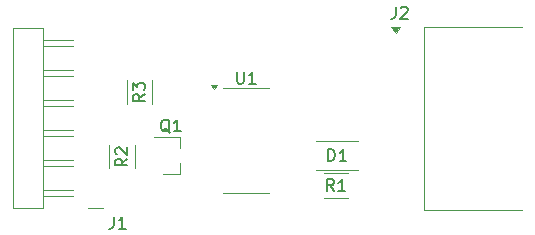
<source format=gbr>
%TF.GenerationSoftware,KiCad,Pcbnew,9.0.0*%
%TF.CreationDate,2025-04-17T14:47:38+05:30*%
%TF.ProjectId,ftdi-updi-auto,66746469-2d75-4706-9469-2d6175746f2e,rev?*%
%TF.SameCoordinates,Original*%
%TF.FileFunction,Legend,Top*%
%TF.FilePolarity,Positive*%
%FSLAX46Y46*%
G04 Gerber Fmt 4.6, Leading zero omitted, Abs format (unit mm)*
G04 Created by KiCad (PCBNEW 9.0.0) date 2025-04-17 14:47:38*
%MOMM*%
%LPD*%
G01*
G04 APERTURE LIST*
%ADD10C,0.150000*%
%ADD11C,0.120000*%
%ADD12C,0.100000*%
G04 APERTURE END LIST*
D10*
X93884761Y-60280057D02*
X93789523Y-60232438D01*
X93789523Y-60232438D02*
X93694285Y-60137200D01*
X93694285Y-60137200D02*
X93551428Y-59994342D01*
X93551428Y-59994342D02*
X93456190Y-59946723D01*
X93456190Y-59946723D02*
X93360952Y-59946723D01*
X93408571Y-60184819D02*
X93313333Y-60137200D01*
X93313333Y-60137200D02*
X93218095Y-60041961D01*
X93218095Y-60041961D02*
X93170476Y-59851485D01*
X93170476Y-59851485D02*
X93170476Y-59518152D01*
X93170476Y-59518152D02*
X93218095Y-59327676D01*
X93218095Y-59327676D02*
X93313333Y-59232438D01*
X93313333Y-59232438D02*
X93408571Y-59184819D01*
X93408571Y-59184819D02*
X93599047Y-59184819D01*
X93599047Y-59184819D02*
X93694285Y-59232438D01*
X93694285Y-59232438D02*
X93789523Y-59327676D01*
X93789523Y-59327676D02*
X93837142Y-59518152D01*
X93837142Y-59518152D02*
X93837142Y-59851485D01*
X93837142Y-59851485D02*
X93789523Y-60041961D01*
X93789523Y-60041961D02*
X93694285Y-60137200D01*
X93694285Y-60137200D02*
X93599047Y-60184819D01*
X93599047Y-60184819D02*
X93408571Y-60184819D01*
X94789523Y-60184819D02*
X94218095Y-60184819D01*
X94503809Y-60184819D02*
X94503809Y-59184819D01*
X94503809Y-59184819D02*
X94408571Y-59327676D01*
X94408571Y-59327676D02*
X94313333Y-59422914D01*
X94313333Y-59422914D02*
X94218095Y-59470533D01*
X91761952Y-57012967D02*
X91285761Y-57346300D01*
X91761952Y-57584395D02*
X90761952Y-57584395D01*
X90761952Y-57584395D02*
X90761952Y-57203443D01*
X90761952Y-57203443D02*
X90809571Y-57108205D01*
X90809571Y-57108205D02*
X90857190Y-57060586D01*
X90857190Y-57060586D02*
X90952428Y-57012967D01*
X90952428Y-57012967D02*
X91095285Y-57012967D01*
X91095285Y-57012967D02*
X91190523Y-57060586D01*
X91190523Y-57060586D02*
X91238142Y-57108205D01*
X91238142Y-57108205D02*
X91285761Y-57203443D01*
X91285761Y-57203443D02*
X91285761Y-57584395D01*
X90761952Y-56679633D02*
X90761952Y-56060586D01*
X90761952Y-56060586D02*
X91142904Y-56393919D01*
X91142904Y-56393919D02*
X91142904Y-56251062D01*
X91142904Y-56251062D02*
X91190523Y-56155824D01*
X91190523Y-56155824D02*
X91238142Y-56108205D01*
X91238142Y-56108205D02*
X91333380Y-56060586D01*
X91333380Y-56060586D02*
X91571475Y-56060586D01*
X91571475Y-56060586D02*
X91666713Y-56108205D01*
X91666713Y-56108205D02*
X91714333Y-56155824D01*
X91714333Y-56155824D02*
X91761952Y-56251062D01*
X91761952Y-56251062D02*
X91761952Y-56536776D01*
X91761952Y-56536776D02*
X91714333Y-56632014D01*
X91714333Y-56632014D02*
X91666713Y-56679633D01*
X99568095Y-55134819D02*
X99568095Y-55944342D01*
X99568095Y-55944342D02*
X99615714Y-56039580D01*
X99615714Y-56039580D02*
X99663333Y-56087200D01*
X99663333Y-56087200D02*
X99758571Y-56134819D01*
X99758571Y-56134819D02*
X99949047Y-56134819D01*
X99949047Y-56134819D02*
X100044285Y-56087200D01*
X100044285Y-56087200D02*
X100091904Y-56039580D01*
X100091904Y-56039580D02*
X100139523Y-55944342D01*
X100139523Y-55944342D02*
X100139523Y-55134819D01*
X101139523Y-56134819D02*
X100568095Y-56134819D01*
X100853809Y-56134819D02*
X100853809Y-55134819D01*
X100853809Y-55134819D02*
X100758571Y-55277676D01*
X100758571Y-55277676D02*
X100663333Y-55372914D01*
X100663333Y-55372914D02*
X100568095Y-55420533D01*
X107783333Y-65224819D02*
X107450000Y-64748628D01*
X107211905Y-65224819D02*
X107211905Y-64224819D01*
X107211905Y-64224819D02*
X107592857Y-64224819D01*
X107592857Y-64224819D02*
X107688095Y-64272438D01*
X107688095Y-64272438D02*
X107735714Y-64320057D01*
X107735714Y-64320057D02*
X107783333Y-64415295D01*
X107783333Y-64415295D02*
X107783333Y-64558152D01*
X107783333Y-64558152D02*
X107735714Y-64653390D01*
X107735714Y-64653390D02*
X107688095Y-64701009D01*
X107688095Y-64701009D02*
X107592857Y-64748628D01*
X107592857Y-64748628D02*
X107211905Y-64748628D01*
X108735714Y-65224819D02*
X108164286Y-65224819D01*
X108450000Y-65224819D02*
X108450000Y-64224819D01*
X108450000Y-64224819D02*
X108354762Y-64367676D01*
X108354762Y-64367676D02*
X108259524Y-64462914D01*
X108259524Y-64462914D02*
X108164286Y-64510533D01*
X90278309Y-62478197D02*
X89802118Y-62811530D01*
X90278309Y-63049625D02*
X89278309Y-63049625D01*
X89278309Y-63049625D02*
X89278309Y-62668673D01*
X89278309Y-62668673D02*
X89325928Y-62573435D01*
X89325928Y-62573435D02*
X89373547Y-62525816D01*
X89373547Y-62525816D02*
X89468785Y-62478197D01*
X89468785Y-62478197D02*
X89611642Y-62478197D01*
X89611642Y-62478197D02*
X89706880Y-62525816D01*
X89706880Y-62525816D02*
X89754499Y-62573435D01*
X89754499Y-62573435D02*
X89802118Y-62668673D01*
X89802118Y-62668673D02*
X89802118Y-63049625D01*
X89373547Y-62097244D02*
X89325928Y-62049625D01*
X89325928Y-62049625D02*
X89278309Y-61954387D01*
X89278309Y-61954387D02*
X89278309Y-61716292D01*
X89278309Y-61716292D02*
X89325928Y-61621054D01*
X89325928Y-61621054D02*
X89373547Y-61573435D01*
X89373547Y-61573435D02*
X89468785Y-61525816D01*
X89468785Y-61525816D02*
X89564023Y-61525816D01*
X89564023Y-61525816D02*
X89706880Y-61573435D01*
X89706880Y-61573435D02*
X90278309Y-62144863D01*
X90278309Y-62144863D02*
X90278309Y-61525816D01*
X113017493Y-49619819D02*
X113017493Y-50334104D01*
X113017493Y-50334104D02*
X112969874Y-50476961D01*
X112969874Y-50476961D02*
X112874636Y-50572200D01*
X112874636Y-50572200D02*
X112731779Y-50619819D01*
X112731779Y-50619819D02*
X112636541Y-50619819D01*
X113446065Y-49715057D02*
X113493684Y-49667438D01*
X113493684Y-49667438D02*
X113588922Y-49619819D01*
X113588922Y-49619819D02*
X113827017Y-49619819D01*
X113827017Y-49619819D02*
X113922255Y-49667438D01*
X113922255Y-49667438D02*
X113969874Y-49715057D01*
X113969874Y-49715057D02*
X114017493Y-49810295D01*
X114017493Y-49810295D02*
X114017493Y-49905533D01*
X114017493Y-49905533D02*
X113969874Y-50048390D01*
X113969874Y-50048390D02*
X113398446Y-50619819D01*
X113398446Y-50619819D02*
X114017493Y-50619819D01*
X89141493Y-67399819D02*
X89141493Y-68114104D01*
X89141493Y-68114104D02*
X89093874Y-68256961D01*
X89093874Y-68256961D02*
X88998636Y-68352200D01*
X88998636Y-68352200D02*
X88855779Y-68399819D01*
X88855779Y-68399819D02*
X88760541Y-68399819D01*
X90141493Y-68399819D02*
X89570065Y-68399819D01*
X89855779Y-68399819D02*
X89855779Y-67399819D01*
X89855779Y-67399819D02*
X89760541Y-67542676D01*
X89760541Y-67542676D02*
X89665303Y-67637914D01*
X89665303Y-67637914D02*
X89570065Y-67685533D01*
X107297787Y-62685803D02*
X107297787Y-61685803D01*
X107297787Y-61685803D02*
X107535882Y-61685803D01*
X107535882Y-61685803D02*
X107678739Y-61733422D01*
X107678739Y-61733422D02*
X107773977Y-61828660D01*
X107773977Y-61828660D02*
X107821596Y-61923898D01*
X107821596Y-61923898D02*
X107869215Y-62114374D01*
X107869215Y-62114374D02*
X107869215Y-62257231D01*
X107869215Y-62257231D02*
X107821596Y-62447707D01*
X107821596Y-62447707D02*
X107773977Y-62542945D01*
X107773977Y-62542945D02*
X107678739Y-62638184D01*
X107678739Y-62638184D02*
X107535882Y-62685803D01*
X107535882Y-62685803D02*
X107297787Y-62685803D01*
X108821596Y-62685803D02*
X108250168Y-62685803D01*
X108535882Y-62685803D02*
X108535882Y-61685803D01*
X108535882Y-61685803D02*
X108440644Y-61828660D01*
X108440644Y-61828660D02*
X108345406Y-61923898D01*
X108345406Y-61923898D02*
X108250168Y-61971517D01*
D11*
%TO.C,Q1*%
X94740000Y-63810000D02*
X93280000Y-63810000D01*
X94740000Y-63810000D02*
X94740000Y-62880000D01*
X94740000Y-60650000D02*
X94740000Y-61580000D01*
X94740000Y-60650000D02*
X92580000Y-60650000D01*
%TO.C,R3*%
X92377133Y-55846301D02*
X92377133Y-57846301D01*
X90237133Y-57846301D02*
X90237133Y-55846301D01*
%TO.C,U1*%
X100330000Y-56525000D02*
X98380000Y-56525000D01*
X100330000Y-56525000D02*
X102280000Y-56525000D01*
X100330000Y-65395000D02*
X98380000Y-65395000D01*
X100330000Y-65395000D02*
X102280000Y-65395000D01*
X97630000Y-56590000D02*
X97390000Y-56260000D01*
X97870000Y-56260000D01*
X97630000Y-56590000D01*
G36*
X97630000Y-56590000D02*
G01*
X97390000Y-56260000D01*
X97870000Y-56260000D01*
X97630000Y-56590000D01*
G37*
%TO.C,R1*%
X106950000Y-63700000D02*
X108950000Y-63700000D01*
X108950000Y-65840000D02*
X106950000Y-65840000D01*
%TO.C,R2*%
X88753490Y-63311531D02*
X88753490Y-61311531D01*
X90893490Y-61311531D02*
X90893490Y-63311531D01*
D12*
%TO.C,J2*%
X115443000Y-51308000D02*
X115443000Y-66802000D01*
X115443000Y-66802000D02*
X123698000Y-66802000D01*
X123698000Y-51308000D02*
X115443000Y-51308000D01*
X113030000Y-51816000D02*
X112649000Y-51308000D01*
X113411000Y-51308000D01*
X113030000Y-51816000D01*
G36*
X113030000Y-51816000D02*
G01*
X112649000Y-51308000D01*
X113411000Y-51308000D01*
X113030000Y-51816000D01*
G37*
D11*
%TO.C,J1*%
X83185000Y-52451000D02*
X85725000Y-52451000D01*
X83185000Y-52959000D02*
X85725000Y-52959000D01*
X83185000Y-54991000D02*
X85725000Y-54991000D01*
X83185000Y-55499000D02*
X85725000Y-55499000D01*
X83185000Y-57531000D02*
X85725000Y-57531000D01*
X83185000Y-58039000D02*
X85725000Y-58039000D01*
X83185000Y-60071000D02*
X85725000Y-60071000D01*
X83185000Y-60579000D02*
X85725000Y-60579000D01*
X83185000Y-62611000D02*
X85725000Y-62611000D01*
X83185000Y-63119000D02*
X85725000Y-63119000D01*
X83185000Y-65151000D02*
X85725000Y-65151000D01*
X83185000Y-65659000D02*
X85725000Y-65659000D01*
X83185000Y-51435000D02*
X83185000Y-66675000D01*
X80645000Y-51435000D02*
X83185000Y-51435000D01*
X80645000Y-66675000D02*
X80645000Y-51435000D01*
X83185000Y-66675000D02*
X80645000Y-66675000D01*
X88265000Y-66675000D02*
X86995000Y-66675000D01*
%TO.C,D1*%
X106285882Y-60980984D02*
X109785882Y-60980984D01*
X106285882Y-63480984D02*
X109785882Y-63480984D01*
%TD*%
M02*

</source>
